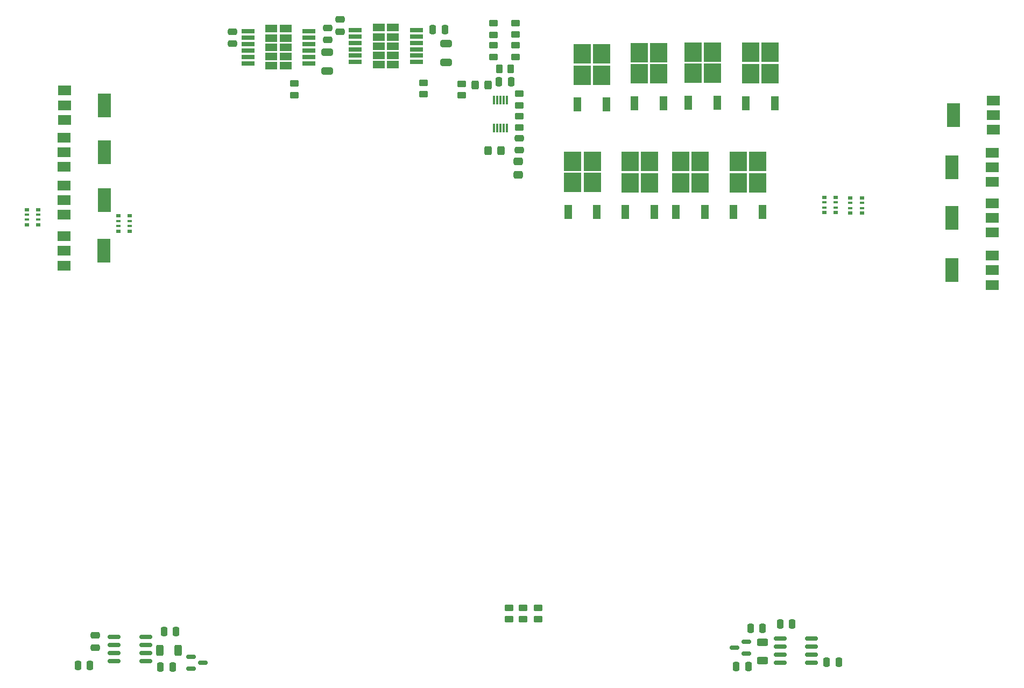
<source format=gbr>
%TF.GenerationSoftware,KiCad,Pcbnew,(6.0.1)*%
%TF.CreationDate,2023-10-23T00:52:49+01:00*%
%TF.ProjectId,Polygonus-Universal-Base,506f6c79-676f-46e7-9573-2d556e697665,rev?*%
%TF.SameCoordinates,Original*%
%TF.FileFunction,Paste,Top*%
%TF.FilePolarity,Positive*%
%FSLAX46Y46*%
G04 Gerber Fmt 4.6, Leading zero omitted, Abs format (unit mm)*
G04 Created by KiCad (PCBNEW (6.0.1)) date 2023-10-23 00:52:49*
%MOMM*%
%LPD*%
G01*
G04 APERTURE LIST*
G04 Aperture macros list*
%AMRoundRect*
0 Rectangle with rounded corners*
0 $1 Rounding radius*
0 $2 $3 $4 $5 $6 $7 $8 $9 X,Y pos of 4 corners*
0 Add a 4 corners polygon primitive as box body*
4,1,4,$2,$3,$4,$5,$6,$7,$8,$9,$2,$3,0*
0 Add four circle primitives for the rounded corners*
1,1,$1+$1,$2,$3*
1,1,$1+$1,$4,$5*
1,1,$1+$1,$6,$7*
1,1,$1+$1,$8,$9*
0 Add four rect primitives between the rounded corners*
20,1,$1+$1,$2,$3,$4,$5,0*
20,1,$1+$1,$4,$5,$6,$7,0*
20,1,$1+$1,$6,$7,$8,$9,0*
20,1,$1+$1,$8,$9,$2,$3,0*%
G04 Aperture macros list end*
%ADD10RoundRect,0.250000X-0.475000X0.337500X-0.475000X-0.337500X0.475000X-0.337500X0.475000X0.337500X0*%
%ADD11R,0.800000X0.500000*%
%ADD12R,0.800000X0.400000*%
%ADD13R,2.750000X3.050000*%
%ADD14R,1.200000X2.200000*%
%ADD15R,2.000000X1.500000*%
%ADD16R,2.000000X3.800000*%
%ADD17RoundRect,0.150000X-0.825000X-0.150000X0.825000X-0.150000X0.825000X0.150000X-0.825000X0.150000X0*%
%ADD18RoundRect,0.250000X0.450000X-0.262500X0.450000X0.262500X-0.450000X0.262500X-0.450000X-0.262500X0*%
%ADD19RoundRect,0.250000X0.250000X0.475000X-0.250000X0.475000X-0.250000X-0.475000X0.250000X-0.475000X0*%
%ADD20RoundRect,0.250000X-0.250000X-0.475000X0.250000X-0.475000X0.250000X0.475000X-0.250000X0.475000X0*%
%ADD21R,0.300000X1.400000*%
%ADD22R,1.950000X1.160000*%
%ADD23R,2.000000X0.650000*%
%ADD24RoundRect,0.250000X0.262500X0.450000X-0.262500X0.450000X-0.262500X-0.450000X0.262500X-0.450000X0*%
%ADD25RoundRect,0.250000X0.625000X-0.312500X0.625000X0.312500X-0.625000X0.312500X-0.625000X-0.312500X0*%
%ADD26RoundRect,0.249999X-0.325001X-0.450001X0.325001X-0.450001X0.325001X0.450001X-0.325001X0.450001X0*%
%ADD27RoundRect,0.250000X-0.312500X-0.625000X0.312500X-0.625000X0.312500X0.625000X-0.312500X0.625000X0*%
%ADD28RoundRect,0.250000X-0.475000X0.250000X-0.475000X-0.250000X0.475000X-0.250000X0.475000X0.250000X0*%
%ADD29RoundRect,0.150000X0.587500X0.150000X-0.587500X0.150000X-0.587500X-0.150000X0.587500X-0.150000X0*%
%ADD30RoundRect,0.150000X-0.587500X-0.150000X0.587500X-0.150000X0.587500X0.150000X-0.587500X0.150000X0*%
%ADD31RoundRect,0.250000X0.650000X-0.325000X0.650000X0.325000X-0.650000X0.325000X-0.650000X-0.325000X0*%
%ADD32RoundRect,0.250000X0.475000X-0.250000X0.475000X0.250000X-0.475000X0.250000X-0.475000X-0.250000X0*%
%ADD33RoundRect,0.150000X0.825000X0.150000X-0.825000X0.150000X-0.825000X-0.150000X0.825000X-0.150000X0*%
%ADD34RoundRect,0.250000X-0.450000X0.262500X-0.450000X-0.262500X0.450000X-0.262500X0.450000X0.262500X0*%
G04 APERTURE END LIST*
D10*
%TO.C,C6*%
X136604474Y-63587451D03*
X136604474Y-65662451D03*
%TD*%
D11*
%TO.C,RN3*%
X59284961Y-71127853D03*
D12*
X59284961Y-71927853D03*
X59284961Y-72727853D03*
D11*
X59284961Y-73527853D03*
X61084961Y-73527853D03*
D12*
X61084961Y-72727853D03*
X61084961Y-71927853D03*
D11*
X61084961Y-71127853D03*
%TD*%
D13*
%TO.C,Q2*%
X167142124Y-49675737D03*
X164092124Y-46325737D03*
X164092124Y-49675737D03*
X167142124Y-46325737D03*
D14*
X163337124Y-54300737D03*
X167897124Y-54300737D03*
%TD*%
D15*
%TO.C,U10*%
X65154476Y-59831561D03*
X65154476Y-62131561D03*
X65154476Y-64431561D03*
D16*
X71454476Y-62131561D03*
%TD*%
D17*
%TO.C,U15*%
X73006624Y-138366545D03*
X73006624Y-139636545D03*
X73006624Y-140906545D03*
X73006624Y-142176545D03*
X77956624Y-142176545D03*
X77956624Y-140906545D03*
X77956624Y-139636545D03*
X77956624Y-138366545D03*
%TD*%
D11*
%TO.C,RN2*%
X188862544Y-69273813D03*
D12*
X188862544Y-70073813D03*
X188862544Y-70873813D03*
D11*
X188862544Y-71673813D03*
X190662544Y-71673813D03*
D12*
X190662544Y-70873813D03*
X190662544Y-70073813D03*
D11*
X190662544Y-69273813D03*
%TD*%
D18*
%TO.C,R12*%
X121703685Y-52996521D03*
X121703685Y-51171521D03*
%TD*%
D15*
%TO.C,U9*%
X65191189Y-52405741D03*
X65191189Y-54705741D03*
X65191189Y-57005741D03*
D16*
X71491189Y-54705741D03*
%TD*%
D19*
%TO.C,C19*%
X69212465Y-142838958D03*
X67312465Y-142838958D03*
%TD*%
D15*
%TO.C,U6*%
X211338488Y-58550546D03*
X211338488Y-56250546D03*
X211338488Y-53950546D03*
D16*
X205038488Y-56250546D03*
%TD*%
D19*
%TO.C,C8*%
X125032661Y-42835627D03*
X123132661Y-42835627D03*
%TD*%
D20*
%TO.C,C15*%
X177805526Y-136340000D03*
X179705526Y-136340000D03*
%TD*%
D15*
%TO.C,U7*%
X211155466Y-66786559D03*
X211155466Y-64486559D03*
X211155466Y-62186559D03*
D16*
X204855466Y-64486559D03*
%TD*%
D19*
%TO.C,C16*%
X82768167Y-137563839D03*
X80868167Y-137563839D03*
%TD*%
D15*
%TO.C,U12*%
X65154476Y-67355819D03*
X65154476Y-69655819D03*
X65154476Y-71955819D03*
D16*
X71454476Y-69655819D03*
%TD*%
D18*
%TO.C,R5*%
X136156488Y-47086808D03*
X136156488Y-45261808D03*
%TD*%
D19*
%TO.C,C13*%
X175022461Y-137038591D03*
X173122461Y-137038591D03*
%TD*%
D13*
%TO.C,Q7*%
X154175000Y-66915000D03*
X154175000Y-63565000D03*
X157225000Y-66915000D03*
X157225000Y-63565000D03*
D14*
X153420000Y-71540000D03*
X157980000Y-71540000D03*
%TD*%
D20*
%TO.C,C17*%
X80284731Y-143131829D03*
X82184731Y-143131829D03*
%TD*%
%TO.C,C12*%
X170877796Y-143031045D03*
X172777796Y-143031045D03*
%TD*%
D21*
%TO.C,U3*%
X134811353Y-53880996D03*
X134311353Y-53880996D03*
X133811353Y-53880996D03*
X133311353Y-53880996D03*
X132811353Y-53880996D03*
X132811353Y-58280996D03*
X133311353Y-58280996D03*
X133811353Y-58280996D03*
X134311353Y-58280996D03*
X134811353Y-58280996D03*
%TD*%
D18*
%TO.C,R4*%
X132665586Y-47111392D03*
X132665586Y-45286392D03*
%TD*%
D15*
%TO.C,U4*%
X211155466Y-82984051D03*
X211155466Y-80684051D03*
X211155466Y-78384051D03*
D16*
X204855466Y-80684051D03*
%TD*%
D11*
%TO.C,RN4*%
X75458314Y-74539005D03*
D12*
X75458314Y-73739005D03*
X75458314Y-72939005D03*
D11*
X75458314Y-72139005D03*
X73658314Y-72139005D03*
D12*
X73658314Y-72939005D03*
X73658314Y-73739005D03*
D11*
X73658314Y-74539005D03*
%TD*%
D22*
%TO.C,U8*%
X116862906Y-46868604D03*
X114612906Y-45408604D03*
X114612906Y-46868604D03*
X116862906Y-45408604D03*
X116862906Y-48328604D03*
X116862906Y-42488604D03*
X114612906Y-48328604D03*
X114612906Y-42488604D03*
X116862906Y-43948604D03*
X114612906Y-43948604D03*
D23*
X120537906Y-47908604D03*
X120537906Y-46908604D03*
X120537906Y-45908604D03*
X120537906Y-44908604D03*
X120537906Y-43908604D03*
X120537906Y-42908604D03*
X110937906Y-42908604D03*
X110937906Y-43908604D03*
X110937906Y-44908604D03*
X110937906Y-45908604D03*
X110937906Y-46908604D03*
X110937906Y-47908604D03*
%TD*%
D24*
%TO.C,R6*%
X135421872Y-48964572D03*
X133596872Y-48964572D03*
%TD*%
D15*
%TO.C,U11*%
X65127619Y-75332820D03*
X65127619Y-77632820D03*
X65127619Y-79932820D03*
D16*
X71427619Y-77632820D03*
%TD*%
D25*
%TO.C,R15*%
X175014418Y-142128630D03*
X175014418Y-139203630D03*
%TD*%
D26*
%TO.C,R9*%
X129784704Y-51520545D03*
X131834704Y-51520545D03*
%TD*%
D13*
%TO.C,Q8*%
X148225000Y-66877005D03*
X145175000Y-66877005D03*
X148225000Y-63527005D03*
X145175000Y-63527005D03*
D14*
X144420000Y-71502005D03*
X148980000Y-71502005D03*
%TD*%
D18*
%TO.C,R1*%
X101340513Y-53094840D03*
X101340513Y-51269840D03*
%TD*%
D15*
%TO.C,U5*%
X211155466Y-74748038D03*
X211155466Y-72448038D03*
X211155466Y-70148038D03*
D16*
X204855466Y-72448038D03*
%TD*%
D18*
%TO.C,R14*%
X137316345Y-135636620D03*
X137316345Y-133811620D03*
%TD*%
D27*
%TO.C,R16*%
X80155250Y-140550045D03*
X83080250Y-140550045D03*
%TD*%
D28*
%TO.C,C5*%
X136759056Y-59911096D03*
X136759056Y-61811096D03*
%TD*%
D29*
%TO.C,D1*%
X172464671Y-141014880D03*
X172464671Y-139114880D03*
X170589671Y-140064880D03*
%TD*%
D26*
%TO.C,R10*%
X131822582Y-61893061D03*
X133872582Y-61893061D03*
%TD*%
D18*
%TO.C,R7*%
X136777157Y-58225856D03*
X136777157Y-56400856D03*
%TD*%
D28*
%TO.C,C3*%
X91623348Y-43133893D03*
X91623348Y-45033893D03*
%TD*%
D30*
%TO.C,D2*%
X85069372Y-141504002D03*
X85069372Y-143404002D03*
X86944372Y-142454002D03*
%TD*%
D31*
%TO.C,C1*%
X106562042Y-49339600D03*
X106562042Y-46389600D03*
%TD*%
D13*
%TO.C,Q5*%
X174225000Y-66915000D03*
X174225000Y-63565000D03*
X171175000Y-66915000D03*
X171175000Y-63565000D03*
D14*
X170420000Y-71540000D03*
X174980000Y-71540000D03*
%TD*%
D32*
%TO.C,C18*%
X69993202Y-140080574D03*
X69993202Y-138180574D03*
%TD*%
D33*
%TO.C,U13*%
X182760593Y-142478446D03*
X182760593Y-141208446D03*
X182760593Y-139938446D03*
X182760593Y-138668446D03*
X177810593Y-138668446D03*
X177810593Y-139938446D03*
X177810593Y-141208446D03*
X177810593Y-142478446D03*
%TD*%
D13*
%TO.C,Q6*%
X165225000Y-66915000D03*
X162175000Y-66915000D03*
X162175000Y-63565000D03*
X165225000Y-63565000D03*
D14*
X161420000Y-71540000D03*
X165980000Y-71540000D03*
%TD*%
D13*
%TO.C,Q4*%
X149727936Y-46625022D03*
X146677936Y-46625022D03*
X146677936Y-49975022D03*
X149727936Y-49975022D03*
D14*
X145922936Y-54600022D03*
X150482936Y-54600022D03*
%TD*%
D18*
%TO.C,R2*%
X132665586Y-43620490D03*
X132665586Y-41795490D03*
%TD*%
D20*
%TO.C,C14*%
X185107368Y-142389712D03*
X187007368Y-142389712D03*
%TD*%
D18*
%TO.C,R13*%
X139749110Y-135636620D03*
X139749110Y-133811620D03*
%TD*%
D32*
%TO.C,C9*%
X108579658Y-43118935D03*
X108579658Y-41218935D03*
%TD*%
D11*
%TO.C,RN1*%
X186551050Y-71602925D03*
D12*
X186551050Y-70802925D03*
X186551050Y-70002925D03*
D11*
X186551050Y-69202925D03*
X184751050Y-69202925D03*
D12*
X184751050Y-70002925D03*
X184751050Y-70802925D03*
D11*
X184751050Y-71602925D03*
%TD*%
D13*
%TO.C,Q3*%
X158657819Y-46432290D03*
X155607819Y-49782290D03*
X155607819Y-46432290D03*
X158657819Y-49782290D03*
D14*
X154852819Y-54407290D03*
X159412819Y-54407290D03*
%TD*%
D22*
%TO.C,U2*%
X97752537Y-42676167D03*
X97752537Y-48516167D03*
X100002537Y-45596167D03*
X100002537Y-47056167D03*
X97752537Y-45596167D03*
X100002537Y-42676167D03*
X97752537Y-47056167D03*
X100002537Y-44136167D03*
X97752537Y-44136167D03*
X100002537Y-48516167D03*
D23*
X103677537Y-48096167D03*
X103677537Y-47096167D03*
X103677537Y-46096167D03*
X103677537Y-45096167D03*
X103677537Y-44096167D03*
X103677537Y-43096167D03*
X94077537Y-43096167D03*
X94077537Y-44096167D03*
X94077537Y-45096167D03*
X94077537Y-46096167D03*
X94077537Y-47096167D03*
X94077537Y-48096167D03*
%TD*%
D18*
%TO.C,C10*%
X135157194Y-135628633D03*
X135157194Y-133803633D03*
%TD*%
%TO.C,R3*%
X136144196Y-43608198D03*
X136144196Y-41783198D03*
%TD*%
D20*
%TO.C,C4*%
X133559372Y-51041904D03*
X135459372Y-51041904D03*
%TD*%
D32*
%TO.C,C2*%
X106612595Y-44416468D03*
X106612595Y-42516468D03*
%TD*%
D34*
%TO.C,R8*%
X136767835Y-52882467D03*
X136767835Y-54707467D03*
%TD*%
D31*
%TO.C,C7*%
X125200007Y-47969022D03*
X125200007Y-45019022D03*
%TD*%
D34*
%TO.C,R11*%
X127720250Y-51342152D03*
X127720250Y-53167152D03*
%TD*%
D13*
%TO.C,Q1*%
X173126404Y-46398011D03*
X173126404Y-49748011D03*
X176176404Y-49748011D03*
X176176404Y-46398011D03*
D14*
X172371404Y-54373011D03*
X176931404Y-54373011D03*
%TD*%
M02*

</source>
